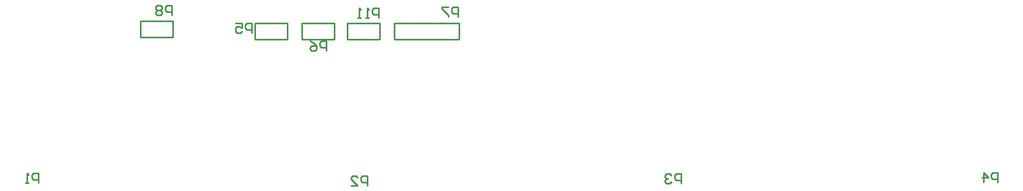
<source format=gbo>
G04 Layer_Color=32896*
%FSLAX25Y25*%
%MOIN*%
G70*
G01*
G75*
%ADD13C,0.01000*%
D13*
X679100Y427800D02*
Y437800D01*
X639100D02*
X679100D01*
X639100Y427800D02*
X679100D01*
X639100D02*
Y437800D01*
X482200Y429400D02*
X502200D01*
X482200D02*
Y439400D01*
X502200D01*
Y429400D02*
Y439400D01*
X553000Y438000D02*
X573000D01*
Y428000D02*
Y438000D01*
X553000Y428000D02*
X573000D01*
X553000D02*
Y438000D01*
X582000Y428000D02*
Y438000D01*
Y428000D02*
X602000D01*
Y438000D01*
X582000D02*
X602000D01*
X610000Y428000D02*
X630000D01*
X610000D02*
Y438000D01*
X630000D01*
Y428000D02*
Y438000D01*
X419200Y339400D02*
Y345398D01*
X416201D01*
X415201Y344398D01*
Y342399D01*
X416201Y341399D01*
X419200D01*
X413202Y339400D02*
X411203D01*
X412202D01*
Y345398D01*
X413202Y344398D01*
X597000Y421000D02*
Y426998D01*
X594001D01*
X593001Y425998D01*
Y423999D01*
X594001Y422999D01*
X597000D01*
X587003Y426998D02*
X589003Y425998D01*
X591002Y423999D01*
Y422000D01*
X590002Y421000D01*
X588003D01*
X587003Y422000D01*
Y422999D01*
X588003Y423999D01*
X591002D01*
X551000Y432000D02*
Y437998D01*
X548001D01*
X547001Y436998D01*
Y434999D01*
X548001Y433999D01*
X551000D01*
X541003Y437998D02*
X545002D01*
Y434999D01*
X543003Y435999D01*
X542003D01*
X541003Y434999D01*
Y433000D01*
X542003Y432000D01*
X544002D01*
X545002Y433000D01*
X678200Y441800D02*
Y447798D01*
X675201D01*
X674201Y446798D01*
Y444799D01*
X675201Y443799D01*
X678200D01*
X672202Y447798D02*
X668203D01*
Y446798D01*
X672202Y442800D01*
Y441800D01*
X501700Y442900D02*
Y448898D01*
X498701D01*
X497701Y447898D01*
Y445899D01*
X498701Y444899D01*
X501700D01*
X495702Y447898D02*
X494702Y448898D01*
X492703D01*
X491703Y447898D01*
Y446899D01*
X492703Y445899D01*
X491703Y444899D01*
Y443900D01*
X492703Y442900D01*
X494702D01*
X495702Y443900D01*
Y444899D01*
X494702Y445899D01*
X495702Y446899D01*
Y447898D01*
X494702Y445899D02*
X492703D01*
X629400Y441400D02*
Y447398D01*
X626401D01*
X625401Y446398D01*
Y444399D01*
X626401Y443399D01*
X629400D01*
X623402Y441400D02*
X621403D01*
X622402D01*
Y447398D01*
X623402Y446398D01*
X618404Y441400D02*
X616404D01*
X617404D01*
Y447398D01*
X618404Y446398D01*
X622200Y337600D02*
Y343598D01*
X619201D01*
X618201Y342598D01*
Y340599D01*
X619201Y339599D01*
X622200D01*
X612203Y337600D02*
X616202D01*
X612203Y341599D01*
Y342598D01*
X613203Y343598D01*
X615202D01*
X616202Y342598D01*
X816100Y338900D02*
Y344898D01*
X813101D01*
X812101Y343898D01*
Y341899D01*
X813101Y340899D01*
X816100D01*
X810102Y343898D02*
X809102Y344898D01*
X807103D01*
X806103Y343898D01*
Y342899D01*
X807103Y341899D01*
X808103D01*
X807103D01*
X806103Y340899D01*
Y339900D01*
X807103Y338900D01*
X809102D01*
X810102Y339900D01*
X1011500Y339600D02*
Y345598D01*
X1008501D01*
X1007501Y344598D01*
Y342599D01*
X1008501Y341599D01*
X1011500D01*
X1002503Y339600D02*
Y345598D01*
X1005502Y342599D01*
X1001503D01*
M02*

</source>
